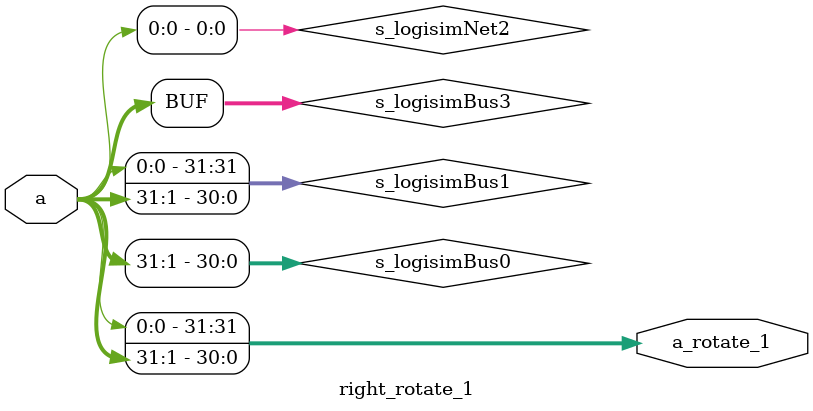
<source format=v>
/******************************************************************************
**
Logisim-evolution
goes
FPGA
automatic
generated
Verilog
code
**
**
https://github.com/logisim-evolution/
**
**
**
**
Component
:
right_rotate_1
**
**
**
*****************************************************************************/
module
right_rotate_1(
a,
a_rotate_1
);
/*******************************************************************************
**
The
inputs
are
defined
here
**
*******************************************************************************/
input
[31:0]
a;
/*******************************************************************************
**
The
outputs
are
defined
here
**
*******************************************************************************/
output
[31:0]
a_rotate_1;
/*******************************************************************************
**
The
wires
are
defined
here
**
*******************************************************************************/
wire
[30:0]
s_logisimBus0;
wire
[31:0]
s_logisimBus1;
wire
[31:0]
s_logisimBus3;
wire
s_logisimNet2;
/*******************************************************************************
**
The
module
functionality
is
described
here
**
*******************************************************************************/
/*******************************************************************************
**
Here
all
wiring
is
defined
**
*******************************************************************************/
assign
s_logisimBus0[0]
=
s_logisimBus3[1];
assign
s_logisimBus0[10]
=
s_logisimBus3[11];
assign
s_logisimBus0[11]
=
s_logisimBus3[12];
assign
s_logisimBus0[12]
=
s_logisimBus3[13];
assign
s_logisimBus0[13]
=
s_logisimBus3[14];
assign
s_logisimBus0[14]
=
s_logisimBus3[15];
assign
s_logisimBus0[15]
=
s_logisimBus3[16];
assign
s_logisimBus0[16]
=
s_logisimBus3[17];
assign
s_logisimBus0[17]
=
s_logisimBus3[18];
assign
s_logisimBus0[18]
=
s_logisimBus3[19];
assign
s_logisimBus0[19]
=
s_logisimBus3[20];
assign
s_logisimBus0[1]
=
s_logisimBus3[2];
assign
s_logisimBus0[20]
=
s_logisimBus3[21];
assign
s_logisimBus0[21]
=
s_logisimBus3[22];
assign
s_logisimBus0[22]
=
s_logisimBus3[23];
assign
s_logisimBus0[23]
=
s_logisimBus3[24];
assign
s_logisimBus0[24]
=
s_logisimBus3[25];
assign
s_logisimBus0[25]
=
s_logisimBus3[26];
assign
s_logisimBus0[26]
=
s_logisimBus3[27];
assign
s_logisimBus0[27]
=
s_logisimBus3[28];
assign
s_logisimBus0[28]
=
s_logisimBus3[29];
assign
s_logisimBus0[29]
=
s_logisimBus3[30];
assign
s_logisimBus0[2]
=
s_logisimBus3[3];
assign
s_logisimBus0[30]
=
s_logisimBus3[31];
assign
s_logisimBus0[3]
=
s_logisimBus3[4];
assign
s_logisimBus0[4]
=
s_logisimBus3[5];
assign
s_logisimBus0[5]
=
s_logisimBus3[6];
assign
s_logisimBus0[6]
=
s_logisimBus3[7];
assign
s_logisimBus0[7]
=
s_logisimBus3[8];
assign
s_logisimBus0[8]
=
s_logisimBus3[9];
assign
s_logisimBus0[9]
=
s_logisimBus3[10];
assign
s_logisimBus1[0]
=
s_logisimBus0[0];
assign
s_logisimBus1[10]
=
s_logisimBus0[10];
assign
s_logisimBus1[11]
=
s_logisimBus0[11];
assign
s_logisimBus1[12]
=
s_logisimBus0[12];
assign
s_logisimBus1[13]
=
s_logisimBus0[13];
assign
s_logisimBus1[14]
=
s_logisimBus0[14];
assign
s_logisimBus1[15]
=
s_logisimBus0[15];
assign
s_logisimBus1[16]
=
s_logisimBus0[16];
assign
s_logisimBus1[17]
=
s_logisimBus0[17];
assign
s_logisimBus1[18]
=
s_logisimBus0[18];
assign
s_logisimBus1[19]
=
s_logisimBus0[19];
assign
s_logisimBus1[1]
=
s_logisimBus0[1];
assign
s_logisimBus1[20]
=
s_logisimBus0[20];
assign
s_logisimBus1[21]
=
s_logisimBus0[21];
assign
s_logisimBus1[22]
=
s_logisimBus0[22];
assign
s_logisimBus1[23]
=
s_logisimBus0[23];
assign
s_logisimBus1[24]
=
s_logisimBus0[24];
assign
s_logisimBus1[25]
=
s_logisimBus0[25];
assign
s_logisimBus1[26]
=
s_logisimBus0[26];
assign
s_logisimBus1[27]
=
s_logisimBus0[27];
assign
s_logisimBus1[28]
=
s_logisimBus0[28];
assign
s_logisimBus1[29]
=
s_logisimBus0[29];
assign
s_logisimBus1[2]
=
s_logisimBus0[2];
assign
s_logisimBus1[30]
=
s_logisimBus0[30];
assign
s_logisimBus1[31]
=
s_logisimNet2;
assign
s_logisimBus1[3]
=
s_logisimBus0[3];
assign
s_logisimBus1[4]
=
s_logisimBus0[4];
assign
s_logisimBus1[5]
=
s_logisimBus0[5];
assign
s_logisimBus1[6]
=
s_logisimBus0[6];
assign
s_logisimBus1[7]
=
s_logisimBus0[7];
assign
s_logisimBus1[8]
=
s_logisimBus0[8];
assign
s_logisimBus1[9]
=
s_logisimBus0[9];
assign
s_logisimNet2
=
s_logisimBus3[0];
/*******************************************************************************
**
Here
all
input
connections
are
defined
**
*******************************************************************************/
assign
s_logisimBus3[31:0]
=
a;
/*******************************************************************************
**
Here
all
output
connections
are
defined
**
*******************************************************************************/
assign
a_rotate_1
=
s_logisimBus1[31:0];
endmodule
</source>
